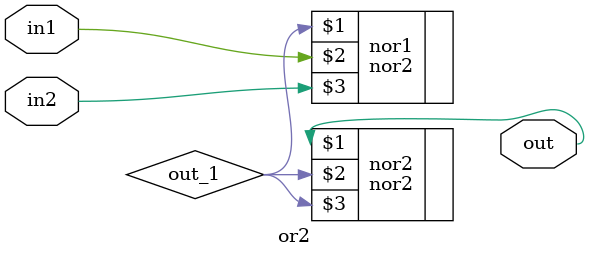
<source format=v>
module or2(out, in1, in2);

output out;
input in1;
input in2;

wire out_1;

nor2 nor1(out_1, in1, in2);
nor2 nor2(out, out_1, out_1);

endmodule
</source>
